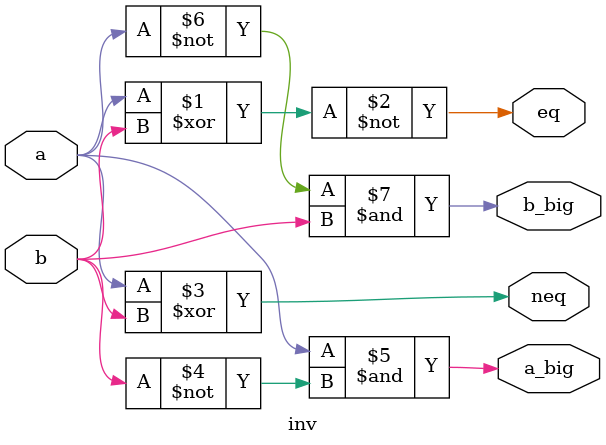
<source format=v>
`timescale 1ns / 1ps

module inv(a, b, eq, neq, a_big, b_big);
input a, b;
output eq, neq, a_big, b_big;

assign eq = ~(a^b);
assign neq = a^b;
assign a_big = a&(~b);
assign b_big = (~a)&b;
endmodule

</source>
